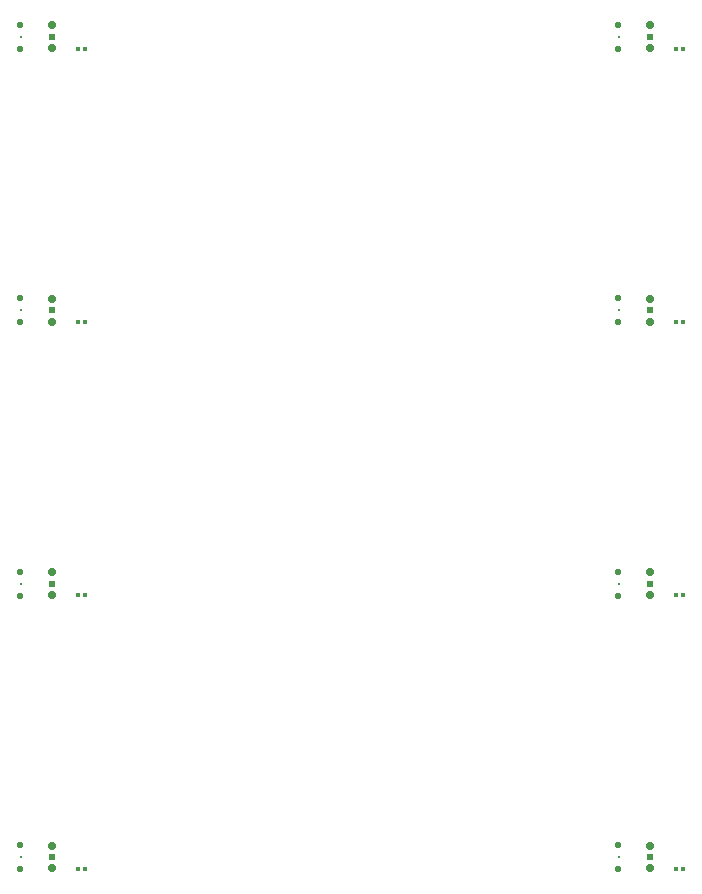
<source format=gtp>
G04*
G04 #@! TF.GenerationSoftware,Altium Limited,Altium Designer,22.6.1 (34)*
G04*
G04 Layer_Color=8421504*
%FSLAX44Y44*%
%MOMM*%
G71*
G04*
G04 #@! TF.SameCoordinates,710D9251-245E-4E71-9F22-FE530993EF8F*
G04*
G04*
G04 #@! TF.FilePolarity,Positive*
G04*
G01*
G75*
%ADD14R,0.4541X0.3627*%
%ADD15C,0.7200*%
%ADD16C,0.6100*%
%ADD17C,0.5600*%
%ADD18C,0.2000*%
D14*
X-370640Y-328969D02*
D03*
X-376726D02*
D03*
X135610D02*
D03*
X129524D02*
D03*
X-370640Y-97469D02*
D03*
X-376726D02*
D03*
X135610D02*
D03*
X129524D02*
D03*
X-370640Y134031D02*
D03*
X-376726D02*
D03*
X135610D02*
D03*
X129524D02*
D03*
X-370640Y365531D02*
D03*
X-376726D02*
D03*
X135610D02*
D03*
X129524D02*
D03*
D15*
X-398125Y-309369D02*
D03*
X-398126Y-328670D02*
D03*
X108125Y-309369D02*
D03*
X108124Y-328670D02*
D03*
X-398125Y-77869D02*
D03*
X-398126Y-97170D02*
D03*
X108125Y-77869D02*
D03*
X108124Y-97170D02*
D03*
X-398125Y153631D02*
D03*
X-398126Y134330D02*
D03*
X108125Y153631D02*
D03*
X108124Y134330D02*
D03*
X-398125Y385131D02*
D03*
X-398126Y365830D02*
D03*
X108125Y385131D02*
D03*
X108124Y365830D02*
D03*
D16*
X-398126Y-318969D02*
D03*
X108124D02*
D03*
X-398126Y-87469D02*
D03*
X108124D02*
D03*
X-398126Y144031D02*
D03*
X108124D02*
D03*
X-398126Y375531D02*
D03*
X108124D02*
D03*
D17*
X-425526Y-308819D02*
D03*
X-425526Y-329119D02*
D03*
X80724Y-308819D02*
D03*
X80724Y-329119D02*
D03*
X-425526Y-77319D02*
D03*
X-425526Y-97619D02*
D03*
X80724Y-77319D02*
D03*
X80724Y-97619D02*
D03*
X-425526Y154181D02*
D03*
X-425526Y133881D02*
D03*
X80724Y154181D02*
D03*
X80724Y133881D02*
D03*
X-425526Y385681D02*
D03*
X-425526Y365381D02*
D03*
X80724Y385681D02*
D03*
X80724Y365381D02*
D03*
D18*
X-424306Y-318969D02*
D03*
X81944D02*
D03*
X-424306Y-87469D02*
D03*
X81944D02*
D03*
X-424306Y144031D02*
D03*
X81944D02*
D03*
X-424306Y375531D02*
D03*
X81944D02*
D03*
M02*

</source>
